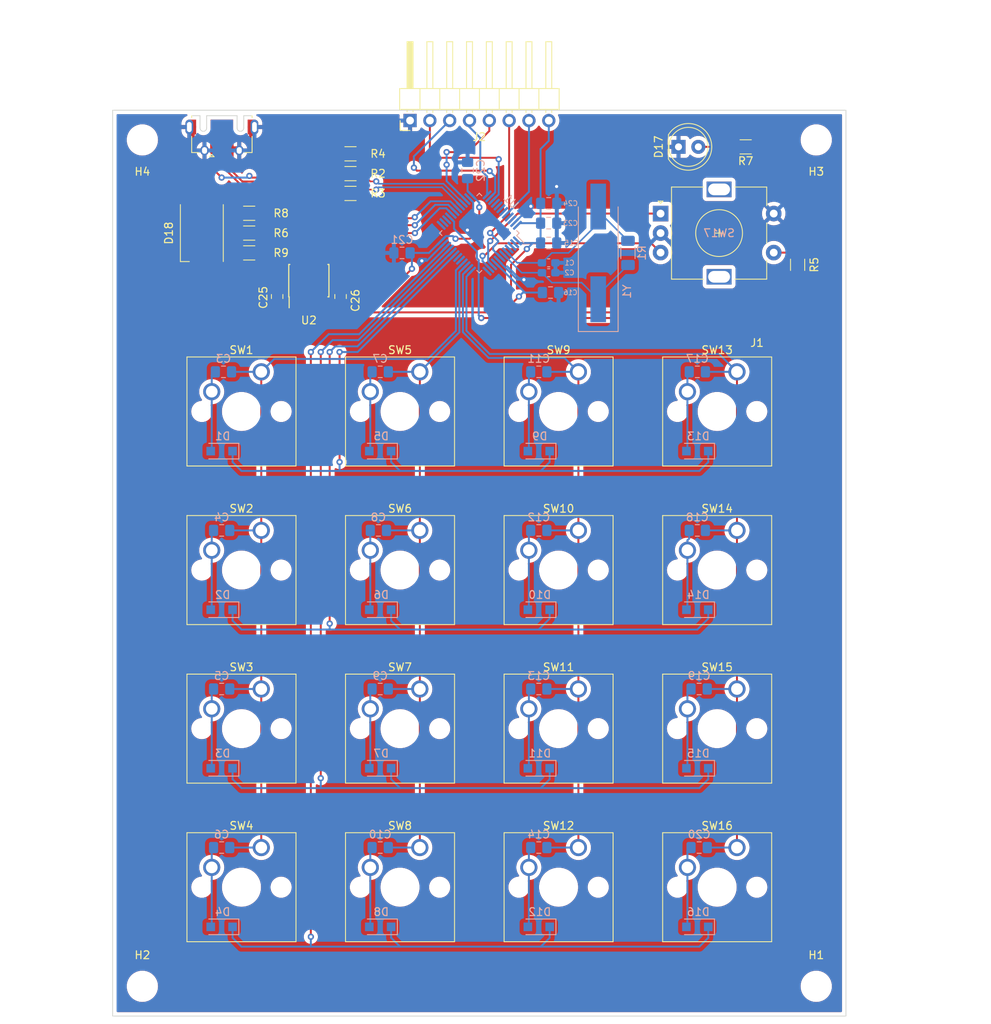
<source format=kicad_pcb>
(kicad_pcb (version 20211014) (generator pcbnew)
  (layers (0 "F.Cu" signal) (31 "B.Cu" signal) (34 "B.Paste" user) (35 "F.Paste" user) (36 "B.SilkS" user "B.Silkscreen") (37 "F.SilkS" user "F.Silkscreen") (38 "B.Mask" user) (39 "F.Mask" user) (44 "Edge.Cuts" user))
  (net 0 "")
  (net 1 "GND")
  (net 2 "Crystal+")
  (net 3 "Crystal-")
  (net 4 "COL0")
  (net 5 "Net-(C3-Pad2)")
  (net 6 "Net-(C4-Pad2)")
  (net 7 "Net-(C5-Pad2)")
  (net 8 "Net-(C6-Pad2)")
  (net 9 "COL1")
  (net 10 "Net-(C7-Pad2)")
  (net 11 "Net-(C8-Pad2)")
  (net 12 "Net-(C9-Pad2)")
  (net 13 "Net-(C10-Pad2)")
  (net 14 "COL2")
  (net 15 "Net-(C11-Pad2)")
  (net 16 "Net-(C12-Pad2)")
  (net 17 "Net-(C13-Pad2)")
  (net 18 "Net-(C14-Pad2)")
  (net 19 "VBAT")
  (net 20 "COL3")
  (net 21 "Net-(C17-Pad2)")
  (net 22 "Net-(C18-Pad2)")
  (net 23 "Net-(C19-Pad2)")
  (net 24 "Net-(C20-Pad2)")
  (net 25 "+5V")
  (net 26 "ROW0")
  (net 27 "ROW1")
  (net 28 "ROW2")
  (net 29 "ROW3")
  (net 30 "Net-(D17-Pad2)")
  (net 31 "Net-(D18-Pad1)")
  (net 32 "Net-(D18-Pad3)")
  (net 33 "Net-(D18-Pad4)")
  (net 34 "Net-(J1-Pad2)")
  (net 35 "Net-(J1-Pad3)")
  (net 36 "JTDO")
  (net 37 "JTDI")
  (net 38 "SWCLK")
  (net 39 "SWDIO")
  (net 40 "NRST")
  (net 41 "BOOT0")
  (net 42 "USBD+")
  (net 43 "USBD-")
  (net 44 "Net-(R5-Pad2)")
  (net 45 "led_blue")
  (net 46 "DebugLED")
  (net 47 "led_green")
  (net 48 "led_red")
  (net 49 "RotaryA")
  (net 50 "RotaryB")
  (footprint "Resistor_SMD:R_1206_3216Metric_Pad1.30x1.75mm_HandSolder" (layer "F.Cu") (at 104.2924 65.024 90)
    (fp_text reference "R5")
    (fp_text value "1k")
  )
  (footprint "Resistor_SMD:R_1206_3216Metric_Pad1.30x1.75mm_HandSolder" (layer "F.Cu") (at 34.01 58.42 180)
    (fp_text reference "R8")
    (fp_text value "100")
  )
  (footprint "Connector_USB:USB_Micro-AB_Molex_47590-0001" (layer "F.Cu") (at 30.51 47.37 180)
    (fp_text reference "J1")
    (fp_text value "USB_B_Micro")
    (fp_line (start -3.75 1.45) (end -2.8 1.45) (layer "Edge.Cuts") (width 0.1))
    (fp_line (start -1.95 1.45) (end 1.95 1.45) (layer "Edge.Cuts") (width 0.1))
    (fp_line (start -1.95 -0.125) (end -1.95 1.45) (layer "Edge.Cuts") (width 0.1))
    (fp_line (start 2.8 1.45) (end 3.75 1.45) (layer "Edge.Cuts") (width 0.1))
    (fp_line (start 2.8 -0.125) (end 2.8 1.45) (layer "Edge.Cuts") (width 0.1))
    (fp_line (start -2.8 -0.125) (end -2.8 1.45) (layer "Edge.Cuts") (width 0.1))
    (fp_line (start 1.95 -0.125) (end 1.95 1.45) (layer "Edge.Cuts") (width 0.1))
    (fp_arc (start -2.8 -0.125) (mid -2.375 -0.55) (end -1.95 -0.125) (layer "Edge.Cuts") (width 0.1))
    (fp_arc (start 1.95 -0.125) (mid 2.375 -0.55) (end 2.8 -0.125) (layer "Edge.Cuts") (width 0.1))
  )
  (footprint "Connector_PinHeader_2.54mm:PinHeader_1x08_P2.54mm_Horizontal" (layer "F.Cu") (at 54.625 46.539 90)
    (fp_text reference "J2")
    (fp_text value "Conn_01x08_Male")
  )
  (footprint "LED_SMD:LED_SK6812_PLCC4_5.0x5.0mm_P3.2mm" (layer "F.Cu") (at 27.94 60.96 -90)
    (fp_text reference "D18")
    (fp_text value "LED_RAGB")
  )
  (footprint "Button_Switch_Keyboard:SW_Cherry_MX_1.00u_PCB" (layer "F.Cu") (at 76.2 78.74)
    (fp_text reference "SW9")
    (fp_text value "SW_Push")
  )
  (footprint "Button_Switch_Keyboard:SW_Cherry_MX_1.00u_PCB" (layer "F.Cu") (at 76.2 139.7)
    (fp_text reference "SW12")
    (fp_text value "SW_Push")
  )
  (footprint "Button_Switch_Keyboard:SW_Cherry_MX_1.00u_PCB" (layer "F.Cu") (at 76.2 99.06)
    (fp_text reference "SW10")
    (fp_text value "SW_Push")
  )
  (footprint "LED_THT:LED_D5.0mm" (layer "F.Cu") (at 89.027 49.911)
    (fp_text reference "D17")
    (fp_text value "LED")
  )
  (footprint "Button_Switch_Keyboard:SW_Cherry_MX_1.00u_PCB" (layer "F.Cu") (at 96.52 139.7)
    (fp_text reference "SW16")
    (fp_text value "SW_Push")
  )
  (footprint "Resistor_SMD:R_1206_3216Metric_Pad1.30x1.75mm_HandSolder" (layer "F.Cu") (at 34.01 60.96 180)
    (fp_text reference "R6")
    (fp_text value "100")
  )
  (footprint "Package_SO:PowerIntegrations_SO-8" (layer "F.Cu") (at 41.656 67.056 90)
    (fp_text reference "U2")
    (fp_text value "TC1262-33")
  )
  (footprint "Resistor_SMD:R_1206_3216Metric_Pad1.30x1.75mm_HandSolder" (layer "F.Cu") (at 97.637 49.911 180)
    (fp_text reference "R7")
    (fp_text value "470")
  )
  (footprint "Resistor_SMD:R_1206_3216Metric_Pad1.30x1.75mm_HandSolder" (layer "F.Cu") (at 34.01 63.5 180)
    (fp_text reference "R9")
    (fp_text value "150")
  )
  (footprint "Button_Switch_Keyboard:SW_Cherry_MX_1.00u_PCB" (layer "F.Cu") (at 96.52 99.06)
    (fp_text reference "SW14")
    (fp_text value "SW_Push")
  )
  (footprint "MountingHole:MountingHole_3mm" (layer "F.Cu") (at 20.32 157.48)
    (fp_text reference "H2")
    (fp_text value "MountingHole")
  )
  (footprint "Button_Switch_Keyboard:SW_Cherry_MX_1.00u_PCB" (layer "F.Cu") (at 55.88 78.74)
    (fp_text reference "SW5")
    (fp_text value "SW_Push")
  )
  (footprint "Resistor_SMD:R_1206_3216Metric_Pad1.30x1.75mm_HandSolder" (layer "F.Cu") (at 46.99 50.8)
    (fp_text reference "R4")
    (fp_text value "4.7k")
  )
  (footprint "MountingHole:MountingHole_3mm" (layer "F.Cu") (at 106.68 49.022)
    (fp_text reference "H3")
    (fp_text value "MountingHole")
  )
  (footprint "Button_Switch_Keyboard:SW_Cherry_MX_1.00u_PCB" (layer "F.Cu") (at 35.56 119.38)
    (fp_text reference "SW3")
    (fp_text value "SW_Push")
  )
  (footprint "Rotary_Encoder:RotaryEncoder_Alps_EC11E-Switch_Vertical_H20mm" (layer "F.Cu") (at 86.73 58.46)
    (fp_text reference "SW17")
    (fp_text value "RotaryEncoder_Switch")
  )
  (footprint "Capacitor_SMD:C_0805_2012Metric_Pad1.18x1.45mm_HandSolder" (layer "F.Cu") (at 45.72 69.088 90)
    (fp_text reference "C26")
    (fp_text value "1u")
  )
  (footprint "MountingHole:MountingHole_3mm" (layer "F.Cu") (at 20.32 49.022)
    (fp_text reference "H4")
    (fp_text value "MountingHole")
  )
  (footprint "Button_Switch_Keyboard:SW_Cherry_MX_1.00u_PCB" (layer "F.Cu") (at 35.56 139.7)
    (fp_text reference "SW4")
    (fp_text value "SW_Push")
  )
  (footprint "Button_Switch_Keyboard:SW_Cherry_MX_1.00u_PCB" (layer "F.Cu") (at 35.56 78.74)
    (fp_text reference "SW1")
    (fp_text value "SW_Push")
  )
  (footprint "Button_Switch_Keyboard:SW_Cherry_MX_1.00u_PCB" (layer "F.Cu") (at 96.52 119.38)
    (fp_text reference "SW15")
    (fp_text value "SW_Push")
  )
  (footprint "Button_Switch_Keyboard:SW_Cherry_MX_1.00u_PCB" (layer "F.Cu") (at 76.2 119.38)
    (fp_text reference "SW11")
    (fp_text value "SW_Push")
  )
  (footprint "Button_Switch_Keyboard:SW_Cherry_MX_1.00u_PCB" (layer "F.Cu") (at 96.52 78.74)
    (fp_text reference "SW13")
    (fp_text value "SW_Push")
  )
  (footprint "Button_Switch_Keyboard:SW_Cherry_MX_1.00u_PCB" (layer "F.Cu") (at 55.88 139.7)
    (fp_text reference "SW8")
    (fp_text value "SW_Push")
  )
  (footprint "Resistor_SMD:R_1206_3216Metric_Pad1.30x1.75mm_HandSolder" (layer "F.Cu") (at 46.99 53.34)
    (fp_text reference "R2")
    (fp_text value "20")
  )
  (footprint "Capacitor_SMD:C_0805_2012Metric_Pad1.18x1.45mm_HandSolder" (layer "F.Cu") (at 37.592 69.088 90)
    (fp_text reference "C25")
    (fp_text value "1u")
  )
  (footprint "MountingHole:MountingHole_3mm" (layer "F.Cu") (at 106.68 157.48)
    (fp_text reference "H1")
    (fp_text value "MountingHole")
  )
  (footprint "Button_Switch_Keyboard:SW_Cherry_MX_1.00u_PCB" (layer "F.Cu") (at 55.88 119.38)
    (fp_text reference "SW7")
    (fp_text value "SW_Push")
  )
  (footprint "Button_Switch_Keyboard:SW_Cherry_MX_1.00u_PCB" (layer "F.Cu") (at 35.56 99.06)
    (fp_text reference "SW2")
    (fp_text value "SW_Push")
  )
  (footprint "Button_Switch_Keyboard:SW_Cherry_MX_1.00u_PCB" (layer "F.Cu") (at 55.88 99.06)
    (fp_text reference "SW6")
    (fp_text value "SW_Push")
  )
  (footprint "Resistor_SMD:R_1206_3216Metric_Pad1.30x1.75mm_HandSolder" (layer "F.Cu") (at 46.99 55.88 180)
    (fp_text reference "R3")
    (fp_text value "20")
  )
  (footprint "Capacitor_SMD:C_0805_2012Metric_Pad1.18x1.45mm_HandSolder" (layer "B.Cu") (at 91.6725 139.7 180)
    (fp_text reference "C20")
    (fp_text value "C")
  )
  (footprint "Diode_SMD:D_SOD-123F" (layer "B.Cu") (at 50.8 109.22 180)
    (fp_text reference "D6")
    (fp_text value "D")
  )
  (footprint "Capacitor_SMD:C_0805_2012Metric_Pad1.18x1.45mm_HandSolder" (layer "B.Cu") (at 30.48 139.7 180)
    (fp_text reference "C6")
    (fp_text value "C")
  )
  (footprint "Capacitor_SMD:C_0805_2012Metric_Pad1.18x1.45mm_HandSolder" (layer "B.Cu") (at 91.6725 119.38 180)
    (fp_text reference "C19")
    (fp_text value "C")
  )
  (footprint "Resistor_SMD:R_1206_3216Metric_Pad1.30x1.75mm_HandSolder" (layer "B.Cu") (at 82.55 63.5 -90)
    (fp_text reference "R1")
    (fp_text value "1M")
  )
  (footprint "Capacitor_SMD:C_0805_2012Metric_Pad1.18x1.45mm_HandSolder" (layer "B.Cu") (at 72.39 57.15)
    (fp_text reference "C24")
    (fp_text value "4.7u")
  )
  (footprint "Diode_SMD:D_SOD-123F" (layer "B.Cu") (at 71.12 109.22 180)
    (fp_text reference "D10")
    (fp_text value "D")
  )
  (footprint "Crystal:Crystal_SMD_HC49-SD_HandSoldering" (layer "B.Cu") (at 78.74 63.5 90)
    (fp_text reference "Y1")
    (fp_text value "8MHz")
  )
  (footprint "Capacitor_SMD:C_0805_2012Metric_Pad1.18x1.45mm_HandSolder" (layer "B.Cu") (at 50.8 78.74 180)
    (fp_text reference "C7")
    (fp_text value "C")
  )
  (footprint "Diode_SMD:D_SOD-123F" (layer "B.Cu") (at 50.8 88.9 180)
    (fp_text reference "D5")
    (fp_text value "D")
  )
  (footprint "Diode_SMD:D_SOD-123F" (layer "B.Cu") (at 50.8 149.86 180)
    (fp_text reference "D8")
    (fp_text value "D")
  )
  (footprint "Capacitor_SMD:C_0805_2012Metric_Pad1.18x1.45mm_HandSolder" (layer "B.Cu") (at 71.12 78.74 180)
    (fp_text reference "C11")
    (fp_text value "C")
  )
  (footprint "Capacitor_SMD:C_0805_2012Metric_Pad1.18x1.45mm_HandSolder" (layer "B.Cu") (at 72.39 62.23)
    (fp_text reference "C15")
    (fp_text value "10n")
  )
  (footprint "Capacitor_SMD:C_0805_2012Metric_Pad1.18x1.45mm_HandSolder" (layer "B.Cu") (at 72.39 59.69)
    (fp_text reference "C23")
    (fp_text value "100n")
  )
  (footprint "Capacitor_SMD:C_0603_1608Metric_Pad1.08x0.95mm_HandSolder" (layer "B.Cu") (at 72.39 66.04 180)
    (fp_text reference "C2")
    (fp_text value "20p")
  )
  (footprint "Diode_SMD:D_SOD-123F" (layer "B.Cu") (at 50.8 129.54 180)
    (fp_text reference "D7")
    (fp_text value "D")
  )
  (footprint "Capacitor_SMD:C_0805_2012Metric_Pad1.18x1.45mm_HandSolder" (layer "B.Cu") (at 53.594 63.5 180)
    (fp_text reference "C21")
    (fp_text value "100n")
  )
  (footprint "Diode_SMD:D_SOD-123F" (layer "B.Cu") (at 91.44 88.9 180)
    (fp_text reference "D13")
    (fp_text value "D")
  )
  (footprint "Package_QFP:LQFP-48_7x7mm_P0.5mm" (layer "B.Cu") (at 63.5 60.96 135)
    (fp_text reference "U1")
    (fp_text value "STM32F103C6Tx")
  )
  (footprint "Capacitor_SMD:C_0805_2012Metric_Pad1.18x1.45mm_HandSolder" (layer "B.Cu") (at 71.12 139.7 180)
    (fp_text reference "C14")
    (fp_text value "C")
  )
  (footprint "Diode_SMD:D_SOD-123F" (layer "B.Cu") (at 30.48 88.9 180)
    (fp_text reference "D1")
    (fp_text value "D")
  )
  (footprint "Capacitor_SMD:C_0805_2012Metric_Pad1.18x1.45mm_HandSolder" (layer "B.Cu") (at 50.5675 99.06 180)
    (fp_text reference "C8")
    (fp_text value "C")
  )
  (footprint "Capacitor_SMD:C_0805_2012Metric_Pad1.18x1.45mm_HandSolder" (layer "B.Cu") (at 30.48 119.38 180)
    (fp_text reference "C5")
    (fp_text value "C")
  )
  (footprint "Capacitor_SMD:C_0805_2012Metric_Pad1.18x1.45mm_HandSolder" (layer "B.Cu") (at 30.48 99.06 180)
    (fp_text reference "C4")
    (fp_text value "C")
  )
  (footprint "Capacitor_SMD:C_0805_2012Metric_Pad1.18x1.45mm_HandSolder" (layer "B.Cu") (at 30.7125 78.74 180)
    (fp_text reference "C3")
    (fp_text value "C")
  )
  (footprint "Diode_SMD:D_SOD-123F" (layer "B.Cu") (at 30.48 109.22 180)
    (fp_text reference "D2")
    (fp_text value "D")
  )
  (footprint "Capacitor_SMD:C_0805_2012Metric_Pad1.18x1.45mm_HandSolder" (layer "B.Cu") (at 71.12 99.06 180)
    (fp_text reference "C12")
    (fp_text value "C")
  )
  (footprint "Capacitor_SMD:C_0805_2012Metric_Pad1.18x1.45mm_HandSolder" (layer "B.Cu") (at 91.44 99.06 180)
    (fp_text reference "C18")
    (fp_text value "C")
  )
  (footprint "Capacitor_SMD:C_0805_2012Metric_Pad1.18x1.45mm_HandSolder" (layer "B.Cu") (at 91.44 78.74 180)
    (fp_text reference "C17")
    (fp_text value "C")
  )
  (footprint "Capacitor_SMD:C_0805_2012Metric_Pad1.18x1.45mm_HandSolder" (layer "B.Cu") (at 72.6225 68.58)
    (fp_text reference "C16")
    (fp_text value "10n")
  )
  (footprint "Capacitor_SMD:C_0805_2012Metric_Pad1.18x1.45mm_HandSolder" (layer "B.Cu") (at 50.8 139.7 180)
    (fp_text reference "C10")
    (fp_text value "C")
  )
  (footprint "Diode_SMD:D_SOD-123F" (layer "B.Cu") (at 91.44 129.54 180)
    (fp_text reference "D15")
    (fp_text value "D")
  )
  (footprint "Capacitor_SMD:C_0603_1608Metric_Pad1.08x0.95mm_HandSolder" (layer "B.Cu") (at 72.39 64.77 180)
    (fp_text reference "C1")
    (fp_text value "20p")
  )
  (footprint "Diode_SMD:D_SOD-123F" (layer "B.Cu") (at 30.48 149.86 180)
    (fp_text reference "D4")
    (fp_text value "D")
  )
  (footprint "Diode_SMD:D_SOD-123F" (layer "B.Cu") (at 30.48 129.54 180)
    (fp_text reference "D3")
    (fp_text value "D")
  )
  (footprint "Diode_SMD:D_SOD-123F" (layer "B.Cu") (at 91.44 149.86 180)
    (fp_text reference "D16")
    (fp_text value "D")
  )
  (footprint "Capacitor_SMD:C_0805_2012Metric_Pad1.18x1.45mm_HandSolder" (layer "B.Cu") (at 61.9975 52.9375 90)
    (fp_text reference "C22")
    (fp_text value "100n")
  )
  (footprint "Diode_SMD:D_SOD-123F" (layer "B.Cu") (at 91.44 109.22 180)
    (fp_text reference "D14")
    (fp_text value "D")
  )
  (footprint "Diode_SMD:D_SOD-123F" (layer "B.Cu") (at 71.12 149.86 180)
    (fp_text reference "D12")
    (fp_text value "D")
  )
  (footprint "Diode_SMD:D_SOD-123F" (layer "B.Cu") (at 71.12 88.9 180)
    (fp_text reference "D9")
    (fp_text value "D")
  )
  (footprint "Diode_SMD:D_SOD-123F" (layer "B.Cu") (at 71.12 129.54 180)
    (fp_text reference "D11")
    (fp_text value "D")
  )
  (footprint "Capacitor_SMD:C_0805_2012Metric_Pad1.18x1.45mm_HandSolder" (layer "B.Cu") (at 50.8 119.38 180)
    (fp_text reference "C9")
    (fp_text value "C")
  )
  (footprint "Capacitor_SMD:C_0805_2012Metric_Pad1.18x1.45mm_HandSolder" (layer "B.Cu") (at 71.12 119.38 180)
    (fp_text reference "C13")
    (fp_text value "C")
  )
  (gr_rect (start 16.51 45.212) (end 110.49 161.29) (layer "Edge.Cuts") (width 0.1) (fill none))
  (segment (start 31.81 50.045) (end 31.81 48.67) (width 0.25) (layer "F.Cu") (net 1))
  (segment (start 31.81 48.67) (end 30.51 47.37) (width 0.25) (layer "F.Cu") (net 1))
  (segment (start 72.644 54.991) (end 73.406 54.991) (width 0.25) (layer "F.Cu") (net 1))
  (segment (start 31.16 50.045) (end 31.16 48.02) (width 0.25) (layer "F.Cu") (net 1))
  (segment (start 61.976 60.579) (end 58.293 60.579) (width 0.25) (layer "F.Cu") (net 1))
  (segment (start 31.16 48.02) (end 30.51 47.37) (width 0.25) (layer "F.Cu") (net 1))
  (segment (start 70.104 57.531) (end 72.644 54.991) (width 0.25) (layer "F.Cu") (net 1))
  (segment (start 50.8215 68.0505) (end 45.72 68.0505) (width 0.25) (layer "F.Cu") (net 1))
  (segment (start 58.293 60.579) (end 50.8215 68.0505) (width 0.25) (layer "F.Cu") (net 1))
  (via (at 73.406 54.991) (size 0.8) (drill 0.4) (layers "F.Cu" "B.Cu") (net 1))
  (via (at 70.104 57.531) (size 0.8) (drill 0.4) (layers "F.Cu" "B.Cu") (net 1))
  (via (at 69.215 66.929) (size 0.8) (drill 0.4) (layers "F.Cu" "B.Cu") (net 1))
  (via (at 61.976 60.579) (size 0.8) (drill 0.4) (layers "F.Cu" "B.Cu") (net 1))
  (via (at 56.134 64.516) (size 0.8) (drill 0.4) (layers "F.Cu" "B.Cu") (net 1))
  (segment (start 68.40834 66.929) (end 68.58 66.929) (width 0.25) (layer "B.Cu") (net 1))
  (segment (start 73.406 54.991) (end 73.406 57.1285) (width 0.25) (layer "B.Cu") (net 1))
  (segment (start 68.58 66.929) (end 68.372986 66.929) (width 0.25) (layer "B.Cu") (net 1))
  (segment (start 58.965678 62.312342) (end 56.76202 64.516) (width 0.25) (layer "B.Cu") (net 1))
  (segment (start 68.034322 59.607658) (end 70.104 57.53798) (width 0.25) (layer "B.Cu") (net 1))
  (segment (start 73.406 57.1285) (end 73.4275 57.15) (width 0.25) (layer "B.Cu") (net 1))
  (segment (start 68.58 66.929) (end 69.215 66.929) (width 0.25) (layer "B.Cu") (net 1))
  (segment (start 56.76202 64.516) (end 56.134 64.516) (width 0.25) (layer "B.Cu") (net 1))
  (segment (start 62.715596 59.839404) (end 62.715596 56.993616) (width 0.25) (layer "B.Cu") (net 1))
  (segment (start 61.976 60.579) (end 62.715596 59.839404) (width 0.25) (layer "B.Cu") (net 1))
  (segment (start 68.372986 66.929) (end 65.959986 64.516) (width 0.25) (layer "B.Cu") (net 1))
  (segment (start 70.104 57.53798) (end 70.104 57.531) (width 0.25) (layer "B.Cu") (net 1))
  (segment (start 62.715596 56.993616) (end 62.147658 56.425678) (width 0.25) (layer "B.Cu") (net 1))
  (segment (start 78.74 58.14) (end 78.74 57.5625) (width 0.2) (layer "B.Cu") (net 2))
  (segment (start 74.93 63.5) (end 78.74 59.69) (width 0.2) (layer "B.Cu") (net 2))
  (segment (start 71.5275 64.77) (end 72.7975 63.5) (width 0.2) (layer "B.Cu") (net 2))
  (segment (start 68.37066 64.77) (end 66.973662 63.373002) (width 0.2) (layer "B.Cu") (net 2))
  (segment (start 78.74 59.69) (end 78.74 57.5625) (width 0.2) (layer "B.Cu") (net 2))
  (segment (start 82.55 61.95) (end 78.74 58.14) (width 0.2) (layer "B.Cu") (net 2))
  (segment (start 72.7975 63.5) (end 74.93 63.5) (width 0.2) (layer "B.Cu") (net 2))
  (segment (start 71.5275 64.77) (end 68.37066 64.77) (width 0.2) (layer "B.Cu") (net 2))
  (segment (start 71.5275 66.04) (end 72.7975 67.31) (width 0.2) (layer "B.Cu") (net 3))
  (segment (start 78.74 68.86) (end 78.74 69.4375) (width 0.2) (layer "B.Cu") (net 3))
  (segment (start 76.6125 67.31) (end 78.74 69.4375) (width 0.2) (layer "B.Cu") (net 3))
  (segment (start 82.55 65.05) (end 78.74 68.86) (width 0.2) (layer "B.Cu") (net 3))
  (segment (start 71.5275 66.04) (end 68.933554 66.04) (width 0.2) (layer "B.Cu") (net 3))
  (segment (start 72.7975 67.31) (end 76.6125 67.31) (width 0.2) (layer "B.Cu") (net 3))
  (segment (start 68.933554 66.04) (end 66.620109 63.726555) (width 0.2) (layer "B.Cu") (net 3))
  (segment (start 35.56 78.74) (end 35.56 99.06) (width 0.25) (layer "F.Cu") (net 4))
  (segment (start 35.56 119.38) (end 35.56 139.7) (width 0.25) (layer "F.Cu") (net 4))
  (segment (start 35.56 99.06) (end 35.56 119.38) (width 0.25) (layer "F.Cu") (net 4))
  (segment (start 56.894604 77.089) (end 37.211 77.089) (width 0.25) (layer "B.Cu") (net 4))
  (segment (start 60.499 65.728766) (end 60.499 73.484604) (width 0.25) (layer "B.Cu") (net 4))
  (segment (start 31.5175 99.06) (end 35.56 99.06) (width 0.25) (layer "B.Cu") (net 4))
  (segment (start 37.211 77.089) (end 35.56 78.74) (width 0.25) (layer "B.Cu") (net 4))
  (segment (start 60.499 73.484604) (end 56.894604 77.089) (width 0.25) (layer "B.Cu") (net 4))
  (segment (start 31.75 78.74) (end 35.56 78.74) (width 0.25) (layer "B.Cu") (net 4))
  (segment (start 61.440551 64.787215) (end 60.499 65.728766) (width 0.25) (layer "B.Cu") (net 4))
  (segment (start 31.5175 119.38) (end 35.56 119.38) (width 0.25) (layer "B.Cu") (net 4))
  (segment (start 31.5175 139.7) (end 35.56 139.7) (width 0.25) (layer "B.Cu") (net 4))
  (segment (start 29.21 81.28) (end 29.21 88.77) (width 0.25) (layer "B.Cu") (net 5))
  (segment (start 29.21 88.77) (end 29.08 88.9) (width 0.25) (layer "B.Cu") (net 5))
  (segment (start 29.675 78.74) (end 29.21 79.205) (width 0.25) (layer "B.Cu") (net 5))
  (segment (start 29.21 79.205) (end 29.21 81.28) (width 0.25) (layer "B.Cu") (net 5))
  (segment (start 29.21 99.2925) (end 29.21 101.6) (width 0.25) (layer "B.Cu") (net 6))
  (segment (start 29.21 109.09) (end 29.08 109.22) (width 0.25) (layer "B.Cu") (net 6))
  (segment (start 29.4425 99.06) (end 29.21 99.2925) (width 0.25) (layer "B.Cu") (net 6))
  (segment (start 29.21 101.6) (end 29.21 109.09) (width 0.25) (layer "B.Cu") (net 6))
  (segment (start 29.21 129.41) (end 29.08 129.54) (width 0.25) (layer "B.Cu") (net 7))
  (segment (start 29.21 119.6125) (end 29.21 121.92) (width 0.25) (layer "B.Cu") (net 7))
  (segment (start 29.21 121.92) (end 29.21 129.41) (width 0.25) (layer "B.Cu") (net 7))
  (segment (start 29.4425 119.38) (end 29.21 119.6125) (width 0.25) (layer "B.Cu") (net 7))
  (segment (start 29.21 142.24) (end 29.21 149.73) (width 0.25) (layer "B.Cu") (net 8))
  (segment (start 29.21 149.73) (end 29.08 149.86) (width 0.25) (layer "B.Cu") (net 8))
  (segment (start 29.4425 139.7) (end 29.21 139.9325) (width 0.25) (layer "B.Cu") (net 8))
  (segment (start 29.21 139.9325) (end 29.21 142.24) (width 0.25) (layer "B.Cu") (net 8))
  (segment (start 55.88 139.7) (end 55.88 119.38) (width 0.25) (layer "F.Cu") (net 9))
  (segment (start 55.88 99.06) (end 55.88 78.74) (width 0.25) (layer "F.Cu") (net 9))
  (segment (start 55.88 119.38) (end 55.88 99.06) (width 0.25) (layer "F.Cu") (net 9))
  (segment (start 51.8375 78.74) (end 55.88 78.74) (width 0.25) (layer "B.Cu") (net 9))
  (segment (start 60.949 65.985874) (end 60.949 73.671) (width 0.25) (layer "B.Cu") (net 9))
  (segment (start 51.605 99.06) (end 55.88 99.06) (width 0.25) (layer "B.Cu") (net 9))
  (segment (start 61.794105 65.140769) (end 60.949 65.985874) (width 0.25) (layer "B.Cu") (net 9))
  (segment (start 51.8375 139.7) (end 55.88 139.7) (width 0.25) (layer "B.Cu") (net 9))
  (segment (start 60.949 73.671) (end 55.88 78.74) (width 0.25) (layer "B.Cu") (net 9))
  (segment (start 51.8375 119.38) (end 55.88 119.38) (width 0.25) (layer "B.Cu") (net 9))
  (segment (start 49.53 81.28) (end 49.53 88.77) (width 0.25) (layer "B.Cu") (net 10))
  (segment (start 49.7625 78.74) (end 49.53 78.9725) (width 0.25) (layer "B.Cu") (net 10))
  (segment (start 49.53 78.9725) (end 49.53 81.28) (width 0.25) (layer "B.Cu") (net 10))
  (segment (start 49.53 88.77) (end 49.4 88.9) (width 0.25) (layer "B.Cu") (net 10))
  (segment (start 49.53 101.6) (end 49.53 109.22) (width 0.25) (layer "B.Cu") (net 11))
  (segment (start 49.53 99.06) (end 49.53 101.6) (width 0.25) (layer "B.Cu") (net 11))
  (segment (start 49.53 129.41) (end 49.4 129.54) (width 0.25) (layer "B.Cu") (net 12))
  (segment (start 49.53 121.92) (end 49.53 129.41) (width 0.25) (layer "B.Cu") (net 12))
  (segment (start 49.7625 119.38) (end 49.53 119.6125) (width 0.25) (layer "B.Cu") (net 12))
  (segment (start 49.53 119.6125) (end 49.53 121.92) (width 0.25) (layer "B.Cu") (net 12))
  (segment (start 49.53 149.73) (end 49.4 149.86) (width 0.25) (layer "B.Cu") (net 13))
  (segment (start 49.7625 139.7) (end 49.53 139.9325) (width 0.25) (layer "B.Cu") (net 13))
  (segment (start 49.53 142.24) (end 49.53 149.73) (width 0.25) (layer "B.Cu") (net 13))
  (segment (start 49.53 139.9325) (end 49.53 142.24) (width 0.25) (layer "B.Cu") (net 13))
  (segment (start 76.2 99.06) (end 76.2 119.38) (width 0.25) (layer "F.Cu") (net 14))
  (segment (start 76.2 78.74) (end 76.2 99.06) (width 0.25) (layer "F.Cu") (net 14))
  (segment (start 76.2 119.38) (end 76.2 139.7) (width 0.25) (layer "F.Cu") (net 14))
  (segment (start 72.1575 99.06) (end 76.2 99.06) (width 0.25) (layer "B.Cu") (net 14))
  (segment (start 72.1575 78.74) (end 76.2 78.74) (width 0.25) (layer "B.Cu") (net 14))
  (segment (start 72.1575 139.7) (end 76.2 139.7) (width 0.25) (layer "B.Cu") (net 14))
  (segment (start 74.422 76.962) (end 76.2 78.74) (width 0.25) (layer "B.Cu") (net 14))
  (segment (start 64.705802 76.962) (end 74.422 76.962) (width 0.25) (layer "B.Cu") (net 14))
  (segment (start 61.399 66.24298) (end 61.399 73.655198) (width 0.25) (layer "B.Cu") (net 14))
  (segment (start 72.1575 119.38) (end 76.2 119.38) (width 0.25) (layer "B.Cu") (net 14))
  (segment (start 61.399 73.655198) (end 64.705802 76.962) (width 0.25) (layer "B.Cu") (net 14))
  (segment (start 62.147658 65.494322) (end 61.399 66.24298) (width 0.25) (layer "B.Cu") (net 14))
  (segment (start 70.0825 78.74) (end 69.85 78.9725) (width 0.25) (layer "B.Cu") (net 15))
  (segment (start 69.85 88.77) (end 69.72 88.9) (width 0.25) (layer "B.Cu") (net 15))
  (segment (start 69.85 78.9725) (end 69.85 81.28) (width 0.25) (layer "B.Cu") (net 15))
  (segment (start 69.85 81.28) (end 69.85 88.77) (width 0.25) (layer "B.Cu") (net 15))
  (segment (start 70.0825 99.06) (end 69.85 99.2925) (width 0.25) (layer "B.Cu") (net 16))
  (segment (start 69.85 99.2925) (end 69.85 101.6) (width 0.25) (layer "B.Cu") (net 16))
  (segment (start 69.85 101.6) (end 69.85 109.09) (width 0.25) (layer "B.Cu") (net 16))
  (segment (start 69.85 109.09) (end 69.72 109.22) (width 0.25) (layer "B.Cu") (net 16))
  (segment (start 69.85 121.92) (end 69.85 129.41) (width 0.25) (layer "B.Cu") (net 17))
  (segment (start 69.85 129.41) (end 69.72 129.54) (width 0.25) (layer "B.Cu") (net 17))
  (segment (start 70.0825 119.38) (end 69.85 119.6125) (width 0.25) (layer "B.Cu") (net 17))
  (segment (start 69.85 119.6125) (end 69.85 121.92) (width 0.25) (layer "B.Cu") (net 17))
  (segment (start 69.85 149.73) (end 69.72 149.86) (width 0.25) (layer "B.Cu") (net 18))
  (segment (start 69.85 139.9325) (end 69.85 142.24) (width 0.25) (layer "B.Cu") (net 18))
  (segment (start 70.0825 139.7) (end 69.85 139.9325) (width 0.25) (layer "B.Cu") (net 18))
  (segment (start 69.85 142.24) (end 69.85 149.73) (width 0.25) (layer "B.Cu") (net 18))
  (segment (start 44.7395 71.106) (end 44.7535 71.12) (width 0.25) (layer "F.Cu") (net 19))
  (segment (start 44.7395 71.106) (end 45.72 70.1255) (width 0.25) (layer "F.Cu") (net 19))
  (segment (start 104.14 68.58) (end 104.14 66.7264) (width 0.25) (layer "F.Cu") (net 19))
  (segment (start 66.548 71.12) (end 101.6 71.12) (width 0.25) (layer "F.Cu") (net 19))
  (segment (start 67.564 70.104) (end 68.58 69.088) (width 0.25) (layer "F.Cu") (net 19))
  (segment (start 44.7535 71.12) (end 49.276 71.12) (width 0.25) (layer "F.Cu") (net 19))
  (segment (start 42.291 69.781) (end 42.291 70.481) (width 0.25) (layer "F.Cu") (net 19))
  (segment (start 49.276 71.12) (end 54.864 65.532) (width 0.25) (layer "F.Cu") (net 19))
  (segment (start 67.564 70.104) (end 67.564 65.024) (width 0.25) (layer "F.Cu") (net 19))
  (segment (start 62.276805 61.6845) (end 63.5 60.461305) (width 0.25) (layer "F.Cu") (net 19))
  (segment (start 63.5 60.461305) (end 63.5 57.658) (width 0.25) (layer "F.Cu") (net 19))
  (segment (start 60.452 61.6845) (end 62.276805 61.6845) (width 0.25) (layer "F.Cu") (net 19))
  (segment (start 42.916 71.106) (end 44.7395 71.106) (width 0.25) (layer "F.Cu") (net 19))
  (segment (start 101.6 71.12) (end 104.14 68.58) (width 0.25) (layer "F.Cu") (net 19))
  (segment (start 49.276 71.12) (end 66.548 71.12) (width 0.25) (layer "F.Cu") (net 19))
  (segment (start 104.14 66.7264) (end 104.2924 66.574) (width 0.25) (layer "F.Cu") (net 19))
  (segment (start 66.548 71.12) (end 67.564 70.104) (width 0.25) (layer "F.Cu") (net 19))
  (segment (start 42.291 70.481) (end 42.916 71.106) (width 0.25) (layer "F.Cu") (net 19))
  (segment (start 67.564 65.024) (end 69.596 62.992) (width 0.25) (layer "F.Cu") (net 19))
  (via (at 68.58 69.088) (size 0.8) (drill 0.4) (layers "F.Cu" "B.Cu") (net 19))
  (via (at 63.5 57.658) (size 0.8) (drill 0.4) (layers "F.Cu" "B.Cu") (net 19))
  (via (at 69.596 62.992) (size 0.8) (drill 0.4) (layers "F.Cu" "B.Cu") (net 19))
  (via (at 54.864 65.532) (size 0.8) (drill 0.4) (layers "F.Cu" "B.Cu") (net 19))
  (via (at 60.452 61.6845) (size 0.8) (drill 0.4) (layers "F.Cu" "B.Cu") (net 19))
  (segment (start 71.3525 50.1865) (end 72.405 49.134) (width 0.25) (layer "B.Cu") (net 19))
  (segment (start 71.585 68.58) (end 69.352234 68.58) (width 0.25) (layer "B.Cu") (net 19))
  (segment (start 71.3525 62.23) (end 70.358 62.23) (width 0.25) (layer "B.Cu") (net 19))
  (segment (start 71.3525 57.15) (end 71.3525 59.69) (width 0.25) (layer "B.Cu") (net 19))
  (segment (start 69.596 62.992) (end 70.358 62.23) (width 0.25) (layer "B.Cu") (net 19))
  (segment (start 68.58 69.088) (end 69.088 68.58) (width 0.25) (layer "B.Cu") (net 19))
  (segment (start 61.9975 55.568412) (end 62.501212 56.072124) (width 0.25) (layer "B.Cu") (net 19))
  (segment (start 71.3525 57.15) (end 71.3525 50.1865) (width 0.25) (layer "B.Cu") (net 19))
  (segment (start 61.9975 53.975) (end 61.9975 55.568412) (width 0.25) (layer "B.Cu") (net 19))
  (segment (start 63.5 57.070912) (end 62.501212 56.072124) (width 0.25) (layer "B.Cu") (net 19))
  (segment (start 58.612124 61.958788) (end 58.589612 61.958788) (width 0.25) (layer "B.Cu") (net 19))
  (segment (start 58.589612 61.958788) (end 57.0484 63.5) (width 0.25) (layer "B.Cu") (net 19))
  (segment (start 71.3525 59.69) (end 71.3525 62.23) (width 0.25) (layer "B.Cu") (net 19))
  (segment (start 72.405 49.134) (end 72.405 46.539) (width 0.25) (layer "B.Cu") (net 19))
  (segment (start 69.352234 68.58) (end 65.559449 64.787215) (width 0.25) (layer "B.Cu") (net 19))
  (segment (start 54.864 65.532) (end 54.864 63.7325) (width 0.25) (layer "B.Cu") (net 19))
  (segment (start 54.6315 63.5) (end 57.0484 63.5) (width 0.25) (layer "B.Cu") (net 19))
  (segment (start 59.229912 61.341) (end 59.69 61.341) (width 0.25) (layer "B.Cu") (net 19))
  (segment (start 63.5 57.658) (end 63.5 57.070912) (width 0.25) (layer "B.Cu") (net 19))
  (segment (start 70.358 62.23) (end 68.659088 62.23) (width 0.25) (layer "B.Cu") (net 19))
  (segment (start 68.659088 62.23) (end 68.387876 61.958788) (width 0.25) (layer "B.Cu") (net 19))
  (segment (start 60.1085 61.341) (end 60.452 61.6845) (width 0.25) (layer "B.Cu") (net 19))
  (segment (start 58.612124 61.958788) (end 59.229912 61.341) (width 0.25) (layer "B.Cu") (net 19))
  (segment (start 54.864 63.7325) (end 54.6315 63.5) (width 0.25) (layer "B.Cu") (net 19))
  (segment (start 71.3525 59.69) (end 68.659088 59.69) (width 0.25) (layer "B.Cu") (net 19))
  (segment (start 68.659088 59.69) (end 68.387876 59.961212) (width 0.25) (layer "B.Cu") (net 19))
  (segment (start 69.088 68.58) (end 69.352234 68.58) (width 0.25) (layer "B.Cu") (net 19))
  (segment (start 59.69 61.341) (end 60.1085 61.341) (width 0.25) (layer "B.Cu") (net 19))
  (segment (start 96.52 99.06) (end 96.52 78.74) (width 0.25) (layer "F.Cu") (net 20))
  (segment (start 96.52 119.38) (end 96.52 99.06) (width 0.25) (layer "F.Cu") (net 20))
  (segment (start 96.52 139.7) (end 96.52 119.38) (width 0.25) (layer "F.Cu") (net 20))
  (segment (start 64.834198 76.454) (end 61.849 73.468802) (width 0.25) (layer "B.Cu") (net 20))
  (segment (start 62.501212 65.895788) (end 62.501212 65.847876) (width 0.25) (layer "B.Cu") (net 20))
  (segment (start 94.234 76.454) (end 64.834198 76.454) (width 0.25) (layer "B.Cu") (net 20))
  (segment (start 92.4775 99.06) (end 96.52 99.06) (width 0.25) (layer "B.Cu") (net 20))
  (segment (start 61.849 73.468802) (end 61.849 66.548) (width 0.25) (layer "B.Cu") (net 20))
  (segment (start 92.4775 78.74) (end 96.52 78.74) (width 0.25) (layer "B.Cu") (net 20))
  (segment (start 92.71 139.7) (end 96.52 139.7) (width 0.25) (layer "B.Cu") (net 20))
  (segment (start 92.71 119.38) (end 96.52 119.38) (width 0.25) (layer "B.Cu") (net 20))
  (segment (start 96.52 78.74) (end 94.234 76.454) (width 0.25) (layer "B.Cu") (net 20))
  (segment (start 61.849 66.548) (end 62.501212 65.895788) (width 0.25) (layer "B.Cu") (net 20))
  (segment (start 90.4025 78.74) (end 90.17 78.9725) (width 0.25) (layer "B.Cu") (net 21))
  (segment (start 90.17 88.77) (end 90.04 88.9) (width 0.25) (layer "B.Cu") (net 21))
  (segment (start 90.17 81.28) (end 90.17 88.77) (width 0.25) (layer "B.Cu") (net 21))
  (segment (start 90.17 78.9725) (end 90.17 81.28) (width 0.25) (layer "B.Cu") (net 21))
  (segment (start 90.4025 100.0975) (end 90.17 100.33) (width 0.25) (layer "B.Cu") (net 22))
  (segment (start 90.17 101.6) (end 90.17 109.09) (width 0.25) (layer "B.Cu") (net 22))
  (segment (start 90.17 100.33) (end 90.17 101.6) (width 0.25) (layer "B.Cu") (net 22))
  (segment (start 90.4025 99.06) (end 90.4025 100.0975) (width 0.25) (layer "B.Cu") (net 22))
  (segment (start 90.17 109.09) (end 90.04 109.22) (width 0.25) (layer "B.Cu") (net 22))
  (segment (start 90.17 121.92) (end 90.17 129.41) (width 0.25) (layer "B.Cu") (net 23))
  (segment (start 90.17 119.845) (end 90.17 121.92) (width 0.25) (layer "B.Cu") (net 23))
  (segment (start 90.17 129.41) (end 90.04 129.54) (width 0.25) (layer "B.Cu") (net 23))
  (segment (start 90.635 119.38) (end 90.17 119.845) (width 0.25) (layer "B.Cu") (net 23))
  (segment (start 90.17 149.73) (end 90.04 149.86) (width 0.25) (layer "B.Cu") (net 24))
  (segment (start 90.17 142.24) (end 90.17 149.73) (width 0.25) (layer "B.Cu") (net 24))
  (segment (start 90.17 140.165) (end 90.17 142.24) (width 0.25) (layer "B.Cu") (net 24))
  (segment (start 90.635 139.7) (end 90.17 140.165) (width 0.25) (layer "B.Cu") (net 24))
  (segment (start 37.592 70.1255) (end 39.4065 70.1255) (width 0.25) (layer "F.Cu") (net 25))
  (segment (start 39.4065 70.1255) (end 39.751 69.781) (width 0.25) (layer "F.Cu") (net 25))
  (segment (start 34.2525 53.848) (end 34.036 53.6315) (width 0.25) (layer "F.Cu") (net 25))
  (segment (start 25.4 66.04) (end 22.86 63.5) (width 0.25) (layer "F.Cu") (net 25))
  (segment (start 27.94 66.04) (end 25.4 66.04) (width 0.25) (layer "F.Cu") (net 25))
  (segment (start 22.86 58.42) (end 29.21 52.07) (width 0.25) (layer "F.Cu") (net 25))
  (segment (start 42.672 53.848) (end 34.2525 53.848) (width 0.25) (layer "F.Cu") (net 25))
  (segment (start 37.592 70.1255) (end 29.4855 70.1255) (width 0.25) (layer "F.Cu") (net 25))
  (segment (start 45.44 51.08) (end 42.672 53.848) (width 0.25) (layer "F.Cu") (net 25))
  (segment (start 29.54 64.44) (end 27.94 66.04) (width 0.25) (layer "F.Cu") (net 25))
  (segment (start 29.21 52.578) (end 29.21 52.07) (width 0.25) (layer "F.Cu") (net 25))
  (segment (start 29.54 63.41) (end 29.54 64.44) (width 0.25) (layer "F.Cu") (net 25))
  (segment (start 22.86 63.5) (end 22.86 58.42) (width 0.25) (layer "F.Cu") (net 25))
  (segment (start 45.44 50.8) (end 45.44 51.08) (width 0.25) (layer "F.Cu") (net 25))
  (segment (start 30.48 53.848) (end 29.21 52.578) (width 0.25) (layer "F.Cu") (net 25))
  (segment (start 29.21 52.07) (end 29.21 50.045) (width 0.25) (layer "F.Cu") (net 25))
  (segment (start 29.4855 70.1255) (end 25.4 66.04) (width 0.25) (layer "F.Cu") (net 25))
  (via (at 34.036 53.6315) (size 0.8) (drill 0.4) (layers "F.Cu" "B.Cu") (net 25))
  (via (at 30.48 53.848) (size 0.8) (drill 0.4) (layers "F.Cu" "B.Cu") (net 25))
  (segment (start 33.8195 53.848) (end 30.48 53.848) (width 0.25) (layer "B.Cu") (net 25))
  (segment (start 34.036 53.6315) (end 33.8195 53.848) (width 0.25) (layer "B.Cu") (net 25))
  (segment (start 45.593 76.2) (end 45.593 90.297) (width 0.25) (layer "F.Cu") (net 26))
  (via (at 45.593 90.297) (size 0.8) (drill 0.4) (layers "F.Cu" "B.Cu") (net 26))
  (via (at 45.593 76.2) (size 0.8) (drill 0.4) (layers "F.Cu" "B.Cu") (net 26))
  (segment (start 92.84 88.9) (end 92.84 90.3) (width 0.25) (layer "B.Cu") (net 26))
  (segment (start 52.2 90.3) (end 53.34 91.44) (width 0.25) (layer "B.Cu") (net 26))
  (segment (start 71.38 91.44) (end 62.23 91.44) (width 0.25) (layer "B.Cu") (net 26))
  (segment (start 59.563 91.44) (end 62.23 91.44) (width 0.25) (layer "B.Cu") (net 26))
  (segment (start 33.02 91.44) (end 45.593 91.44) (width 0.25) (layer "B.Cu") (net 26))
  (segment (start 91.7 91.44) (end 92.84 90.3) (width 0.25) (layer "B.Cu") (net 26))
  (segment (start 72.52 90.3) (end 71.38 91.44) (width 0.25) (layer "B.Cu") (net 26))
  (segment (start 45.593 91.44) (end 53.34 91.44) (width 0.25) (layer "B.Cu") (net 26))
  (segment (start 47.906446 76.2) (end 45.593 76.2) (width 0.25) (layer "B.Cu") (net 26))
  (segment (start 31.88 90.3) (end 33.02 91.44) (width 0.25) (layer "B.Cu") (net 26))
  (segment (start 31.88 88.9) (end 31.88 90.3) (width 0.25) (layer "B.Cu") (net 26))
  (segment (start 53.34 91.44) (end 59.563 91.44) (width 0.25) (layer "B.Cu") (net 26))
  (segment (start 45.593 90.297) (end 45.593 91.44) (width 0.25) (layer "B.Cu") (net 26))
  (segment (start 71.38 91.44) (end 91.7 91.44) (width 0.25) (layer "B.Cu") (net 26))
  (segment (start 60.379891 63.726555) (end 47.906446 76.2) (width 0.25) (layer "B.Cu") (net 26))
  (segment (start 72.52 88.9) (end 72.52 90.3) (width 0.25) (layer "B.Cu") (net 26))
  (segment (start 52.2 88.9) (end 52.2 90.3) (width 0.25) (layer "B.Cu") (net 26))
  (segment (start 44.323 76.2) (end 44.323 110.998) (width 0.25) (layer "F.Cu") (net 27))
  (via (at 44.323 110.998) (size 0.8) (drill 0.4) (layers "F.Cu" "B.Cu") (net 27))
  (via (at 44.323 76.2) (size 0.8) (drill 0.4) (layers "F.Cu" "B.Cu") (net 27))
  (segment (start 52.2 109.22) (end 52.2 110.62) (width 0.25) (layer "B.Cu") (net 27))
  (segment (start 53.34 111.76) (end 63.5 111.76) (width 0.25) (layer "B.Cu") (net 27))
  (segment (start 71.12 111.76) (end 91.44 111.76) (width 0.25) (layer "B.Cu") (net 27))
  (segment (start 60.026338 63.373002) (end 60.026338 63.408356) (width 0.25) (layer "B.Cu") (net 27))
  (segment (start 44.323 110.998) (end 44.323 111.76) (width 0.25) (layer "B.Cu") (net 27))
  (segment (start 91.44 111.76) (end 92.84 110.36) (width 0.25) (layer "B.Cu") (net 27))
  (segment (start 59.990984 63.373002) (end 47.888986 75.475) (width 0.25) (layer "B.Cu") (net 27))
  (segment (start 47.888986 75.475) (end 45.048 75.475) (width 0.25) (layer "B.Cu") (net 27))
  (segment (start 52.2 110.62) (end 53.34 111.76) (width 0.25) (layer "B.Cu") (net 27))
  (segment (start 63.5 111.76) (end 71.12 111.76) (width 0.25) (layer "B.Cu") (net 27))
  (segment (start 71.12 111.76) (end 72.52 110.36) (width 0.25) (layer "B.Cu") (net 27))
  (segment (start 31.88 110.62) (end 33.02 111.76) (width 0.25) (layer "B.Cu") (net 27))
  (segment (start 72.52 110.36) (end 72.52 109.22) (width 0.25) (layer "B.Cu") (net 27))
  (segment (start 92.84 110.36) (end 92.84 109.22) (width 0.25) (layer "B.Cu") (net 27))
  (segment (start 60.026338 63.373002) (end 59.990984 63.373002) (width 0.25) (layer "B.Cu") (net 27))
  (segment (start 45.048 75.475) (end 44.323 76.2) (width 0.25) (layer "B.Cu") (net 27))
  (segment (start 33.02 111.76) (end 44.323 111.76) (width 0.25) (layer "B.Cu") (net 27))
  (segment (start 31.88 109.22) (end 31.88 110.62) (width 0.25) (layer "B.Cu") (net 27))
  (segment (start 44.323 111.76) (end 53.34 111.76) (width 0.25) (layer "B.Cu") (net 27))
  (segment (start 43.18 76.2) (end 43.18 130.81) (width 0.25) (layer "F.Cu") (net 28))
  (via (at 43.18 130.81) (size 0.8) (drill 0.4) (layers "F.Cu" "B.Cu") (net 28))
  (via (at 43.18 76.2) (size 0.8) (drill 0.4) (layers "F.Cu" "B.Cu") (net 28))
  (segment (start 59.662551 63.019449) (end 59.672785 63.019449) (width 0.25) (layer "B.Cu") (net 28))
  (segment (start 44.704 74.676) (end 48.006 74.676) (width 0.25) (layer "B.Cu") (net 28))
  (segment (start 91.7 132.08) (end 92.84 130.94) (width 0.25) (layer "B.Cu") (net 28))
  (segment (start 43.18 76.2) (end 44.704 74.676) (width 0.25) (layer "B.Cu") (net 28))
  (segment (start 92.84 129.54) (end 92.84 130.94) (width 0.25) (layer "B.Cu") (net 28))
  (segment (start 52.2 129.54) (end 52.2 130.94) (width 0.25) (layer "B.Cu") (net 28))
  (segment (start 53.34 132.08) (end 71.38 132.08) (width 0.25) (layer "B.Cu") (net 28))
  (segment (start 71.38 132.08) (end 91.7 132.08) (width 0.25) (layer "B.Cu") (net 28))
  (segment (start 72.52 129.54) (end 72.52 130.94) (width 0.25) (layer "B.Cu") (net 28))
  (segment (start 71.38 132.08) (end 72.52 130.94) (width 0.25) (layer "B.Cu") (net 28))
  (segment (start 33.02 132.08) (end 43.18 132.08) (width 0.25) (layer "B.Cu") (net 28))
  (segment (start 43.18 130.81) (end 43.18 132.08) (width 0.25) (layer "B.Cu") (net 28))
  (segment (start 52.2 130.94) (end 53.34 132.08) (width 0.25) (layer "B.Cu") (net 28))
  (segment (start 31.88 130.94) (end 33.02 132.08) (width 0.25) (layer "B.Cu") (net 28))
  (segment (start 43.18 132.08) (end 53.34 132.08) (width 0.25) (layer "B.Cu") (net 28))
  (segment (start 31.88 129.54) (end 31.88 130.94) (width 0.25) (layer "B.Cu") (net 28))
  (segment (start 48.006 74.676) (end 59.662551 63.019449) (width 0.25) (layer "B.Cu") (net 28))
  (segment (start 41.91 76.2) (end 41.91 134.874) (width 0.25) (layer "F.Cu") (net 29))
  (segment (start 41.91 134.874) (end 41.91 151.13) (width 0.25) (layer "F.Cu") (net 29))
  (via (at 41.91 151.13) (size 0.8) (drill 0.4) (layers "F.Cu" "B.Cu") (net 29))
  (via (at 41.91 76.2) (size 0.8) (drill 0.4) (layers "F.Cu" "B.Cu") (net 29))
  (segment (start 92.84 149.86) (end 92.84 151.26) (width 0.25) (layer "B.Cu") (net 29))
  (segment (start 41.91 76.2) (end 44.196 73.914) (width 0.25) (layer "B.Cu") (net 29))
  (segment (start 59.319231 62.701251) (end 59.319231 62.665895) (width 0.25) (layer "B.Cu") (net 29))
  (segment (start 44.196 73.914) (end 48.106482 73.914) (width 0.25) (layer "B.Cu") (net 29))
  (segment (start 72.52 149.86) (end 72.52 151.26) (width 0.25) (layer "B.Cu") (net 29))
  (segment (start 91.7 152.4) (end 92.84 151.26) (width 0.25) (layer "B.Cu") (net 29))
  (segment (start 31.88 151.26) (end 33.02 152.4) (width 0.25) (layer "B.Cu") (net 29))
  (segment (start 66.04 152.4) (end 71.38 152.4) (width 0.25) (layer "B.Cu") (net 29))
  (segment (start 71.38 152.4) (end 91.7 152.4) (width 0.25) (layer "B.Cu") (net 29))
  (segment (start 41.91 151.13) (end 41.91 152.4) (width 0.25) (layer "B.Cu") (net 29))
  (segment (start 41.91 152.4) (end 66.04 152.4) (width 0.25) (layer "B.Cu") (net 29))
  (segment (start 48.106482 73.914) (end 59.319231 62.701251) (width 0.25) (layer "B.Cu") (net 29))
  (segment (start 71.38 152.4) (end 72.52 151.26) (width 0.25) (layer "B.Cu") (net 29))
  (segment (start 31.88 149.86) (end 31.88 151.26) (width 0.25) (layer "B.Cu") (net 29))
  (segment (start 52.2 149.86) (end 52.2 151.26) (width 0.25) (layer "B.Cu") (net 29))
  (segment (start 52.2 151.26) (end 53.34 152.4) (width 0.25) (layer "B.Cu") (net 29))
  (segment (start 33.02 152.4) (end 41.91 152.4) (width 0.25) (layer "B.Cu") (net 29))
  (segment (start 96.087 49.911) (end 91.567 49.911) (width 0.25) (layer "F.Cu") (net 30))
  (segment (start 28.34 61.41) (end 26.34 63.41) (width 0.25) (layer "F.Cu") (net 31))
  (segment (start 32.46 63.5) (end 30.37 61.41) (width 0.25) (layer "F.Cu") (net 31))
  (segment (start 30.37 61.41) (end 28.34 61.41) (width 0.25) (layer "F.Cu") (net 31))
  (segment (start 29.54 58.75) (end 29.54 58.51) (width 0.25) (layer "F.Cu") (net 32))
  (segment (start 32.46 58.42) (end 32.37 58.51) (width 0.25) (layer "F.Cu") (net 32))
  (segment (start 32.37 58.51) (end 29.54 58.51) (width 0.25) (layer "F.Cu") (net 32))
  (segment (start 26.34 58.51) (end 28.79 60.96) (width 0.25) (layer "F.Cu") (net 33))
  (segment (start 28.79 60.96) (end 32.46 60.96) (width 0.25) (layer "F.Cu") (net 33))
  (segment (start 32.962 54.806) (end 29.86 51.704) (width 0.25) (layer "F.Cu") (net 34))
  (segment (start 45.44 55.88) (end 44.366 54.806) (width 0.25) (layer "F.Cu") (net 34))
  (segment (start 44.366 54.806) (end 32.962 54.806) (width 0.25) (layer "F.Cu") (net 34))
  (segment (start 29.86 51.704) (end 29.86 50.045) (width 0.25) (layer "F.Cu") (net 34))
  (segment (start 44.424 54.356) (end 33.148396 54.356) (width 0.25) (layer "F.Cu") (net 35))
  (segment (start 30.51 51.717604) (end 30.51 50.045) (width 0.25) (layer "F.Cu") (net 35))
  (segment (start 30.48 50.075) (end 30.51 50.045) (width 0.25) (layer "F.Cu") (net 35))
  (segment (start 33.148396 54.356) (end 30.51 51.717604) (width 0.25) (layer "F.Cu") (net 35))
  (segment (start 45.44 53.34) (end 44.424 54.356) (width 0.25) (layer "F.Cu") (net 35))
  (segment (start 57.165 50.688) (end 57.165 46.539) (width 0.25) (layer "F.Cu") (net 36))
  (segment (start 57.785 51.308) (end 57.165 50.688) (width 0.25) (layer "F.Cu") (net 36))
  (segment (start 65.982 51.493) (end 65.797 51.308) (width 0.25) (layer "F.Cu") (net 36))
  (segment (start 65.797 51.308) (end 57.785 51.308) (width 0.25) (layer "F.Cu") (net 36))
  (via (at 65.982 51.493) (size 0.8) (drill 0.4) (layers "F.Cu" "B.Cu") (net 36))
  (segment (start 65.982 51.493) (end 65.982 56.003126) (width 0.25) (layer "B.Cu") (net 36))
  (segment (start 65.982 56.003126) (end 65.205895 56.779231) (width 0.25) (layer "B.Cu") (net 36))
  (segment (start 55.499 52.959) (end 64.778598 52.959) (width 0.25) (layer "F.Cu") (net 37))
  (segment (start 55.118 52.578) (end 55.499 52.959) (width 0.25) (layer "F.Cu") (net 37))
  (segment (start 64.778598 52.959) (end 64.825008 53.00541) (width 0.25) (layer "F.Cu") (net 37))
  (via (at 55.118 52.578) (size 0.8) (drill 0.4) (layers "F.Cu" "B.Cu") (net 37))
  (via (at 64.825008 53.00541) (size 0.8) (drill 0.4) (layers "F.Cu" "B.Cu") (net 37))
  (segment (start 65.532 55.74602) (end 64.852342 56.425678) (width 0.25) (layer "B.Cu") (net 37))
  (segment (start 55.118 52.578) (end 55.118 51.126) (width 0.25) (layer "B.Cu") (net 37))
  (segment (start 65.532 53.712402) (end 65.532 55.74602) (width 0.25) (layer "B.Cu") (net 37))
  (segment (start 55.118 51.126) (end 59.705 46.539) (width 0.25) (layer "B.Cu") (net 37))
  (segment (start 64.825008 53.00541) (end 65.532 53.712402) (width 0.25) (layer "B.Cu") (net 37))
  (segment (start 64.498788 56.072124) (end 64.534144 56.072124) (width 0.25) (layer "B.Cu") (net 38))
  (segment (start 64.498788 53.703788) (end 63.627 52.832) (width 0.25) (layer "B.Cu") (net 38))
  (segment (start 63.627 48.768) (end 62.245 47.386) (width 0.25) (layer "B.Cu") (net 38))
  (segment (start 64.498788 56.072124) (end 64.498788 53.703788) (width 0.25) (layer "B.Cu") (net 38))
  (segment (start 63.627 52.832) (end 63.627 48.768) (width 0.25) (layer "B.Cu") (net 38))
  (segment (start 62.245 47.386) (end 62.245 46.539) (width 0.25) (layer "B.Cu") (net 38))
  (segment (start 62.0655 50.5835) (end 64.785 47.864) (width 0.25) (layer "F.Cu") (net 39))
  (segment (start 59.309 50.5835) (end 62.0655 50.5835) (width 0.25) (layer "F.Cu") (net 39))
  (segment (start 64.785 47.864) (end 64.785 46.539) (width 0.25) (layer "F.Cu") (net 39))
  (via (at 59.309 52.197) (size 0.8) (drill 0.4) (layers "F.Cu" "B.Cu") (net 39))
  (via (at 59.309 50.5835) (size 0.8) (drill 0.4) (layers "F.Cu" "B.Cu") (net 39))
  (segment (start 59.309 54.294126) (end 61.794105 56.779231) (width 0.25) (layer "B.Cu") (net 39))
  (segment (start 59.309 52.197) (end 59.309 54.294126) (width 0.25) (layer "B.Cu") (net 39))
  (segment (start 59.309 52.197) (end 59.309 50.5835) (width 0.25) (layer "B.Cu") (net 39))
  (segment (start 67.325 58.523402) (end 67.325 46.539) (width 0.25) (layer "F.Cu") (net 40))
  (segment (start 64.892701 60.955701) (end 67.325 58.523402) (width 0.25) (layer "F.Cu") (net 40))
  (via (at 64.892701 60.955701) (size 0.8) (drill 0.4) (layers "F.Cu" "B.Cu") (net 40))
  (segment (start 65.197305 61.251) (end 65.913 61.966695) (width 0.25) (layer "B.Cu") (net 40))
  (segment (start 65.278 63.119) (end 66.239109 64.080109) (width 0.25) (layer "B.Cu") (net 40))
  (segment (start 65.913 61.966695) (end 65.913 62.103) (width 0.25) (layer "B.Cu") (net 40))
  (segment (start 65.188 61.251) (end 65.197305 61.251) (width 0.25) (layer "B.Cu") (net 40))
  (segment (start 66.239109 64.080109) (end 66.266555 64.080109) (width 0.25) (layer "B.Cu") (net 40))
  (segment (start 65.278 62.738) (end 65.278 63.119) (width 0.25) (layer "B.Cu") (net 40))
  (segment (start 65.913 62.103) (end 65.278 62.738) (width 0.25) (layer "B.Cu") (net 40))
  (segment (start 64.892701 60.955701) (end 65.188 61.251) (width 0.25) (layer "B.Cu") (net 40))
  (segment (start 69.865 46.539) (end 69.865 55.65566) (width 0.25) (layer "B.Cu") (net 41))
  (segment (start 69.865 55.65566) (end 66.973662 58.546998) (width 0.25) (layer "B.Cu") (net 41))
  (segment (start 50.292 54.339) (end 49.539 54.339) (width 0.2) (layer "F.Cu") (net 42))
  (segment (start 48.54 50.8) (end 48.54 53.34) (width 0.2) (layer "F.Cu") (net 42))
  (segment (start 49.539 54.339) (end 48.54 53.34) (width 0.2) (layer "F.Cu") (net 42))
  (via (at 50.292 54.339) (size 0.8) (drill 0.4) (layers "F.Cu" "B.Cu") (net 42))
  (segment (start 50.591999 54.638999) (end 50.292 54.339) (width 0.2) (layer "B.Cu") (net 42))
  (segment (start 61.405197 57.132785) (end 58.911411 54.638999) (width 0.2) (layer "B.Cu") (net 42))
  (segment (start 61.405197 57.132785) (end 61.440551 57.132785) (width 0.2) (layer "B.Cu") (net 42))
  (segment (start 58.911411 54.638999) (end 50.591999 54.638999) (width 0.2) (layer "B.Cu") (net 42))
  (segment (start 49.031 55.389) (end 48.54 55.88) (width 0.2) (layer "F.Cu") (net 43))
  (segment (start 50.292 55.389) (end 49.031 55.389) (width 0.2) (layer "F.Cu") (net 43))
  (via (at 50.292 55.389) (size 0.8) (drill 0.4) (layers "F.Cu" "B.Cu") (net 43))
  (segment (start 50.591999 55.089001) (end 50.292 55.389) (width 0.2) (layer "B.Cu") (net 43))
  (segment (start 61.086998 57.450984) (end 58.725015 55.089001) (width 0.2) (layer "B.Cu") (net 43))
  (segment (start 58.725015 55.089001) (end 50.591999 55.089001) (width 0.2) (layer "B.Cu") (net 43))
  (segment (start 61.086998 57.450984) (end 61.086998 57.486338) (width 0.2) (layer "B.Cu") (net 43))
  (segment (start 104.2924 63.474) (end 104.2784 63.46) (width 0.25) (layer "F.Cu") (net 44))
  (segment (start 104.2784 63.46) (end 101.23 63.46) (width 0.25) (layer "F.Cu") (net 44))
  (segment (start 36.572051 59.947949) (end 35.56 60.96) (width 0.25) (layer "F.Cu") (net 45))
  (segment (start 55.232452 59.947949) (end 36.572051 59.947949) (width 0.25) (layer "F.Cu") (net 45))
  (via (at 55.232452 59.947949) (size 0.8) (drill 0.4) (layers "F.Cu" "B.Cu") (net 45))
  (segment (start 57.845401 57.335) (end 55.232452 59.947949) (width 0.25) (layer "B.Cu") (net 45))
  (segment (start 60.379891 58.193445) (end 59.521446 57.335) (width 0.25) (layer "B.Cu") (net 45))
  (segment (start 59.521446 57.335) (end 57.845401 57.335) (width 0.25) (layer "B.Cu") (net 45))
  (segment (start 105.4924 59.9584) (end 105.4924 67.863996) (width 0.25) (layer "F.Cu") (net 46))
  (segment (start 99.187 53.653) (end 105.4924 59.9584) (width 0.25) (layer "F.Cu") (net 46))
  (segment (start 101.511896 71.8445) (end 63.754 71.8445) (width 0.25) (layer "F.Cu") (net 46))
  (segment (start 99.187 49.911) (end 99.187 53.653) (width 0.25) (layer "F.Cu") (net 46))
  (segment (start 105.4924 67.863996) (end 101.511896 71.8445) (width 0.25) (layer "F.Cu") (net 46))
  (via (at 63.754 71.8445) (size 0.8) (drill 0.4) (layers "F.Cu" "B.Cu") (net 46))
  (segment (start 63.188458 63.315458) (end 60.266617 60.393617) (width 0.25) (layer "B.Cu") (net 46))
  (segment (start 60.266617 59.494383) (end 59.672785 58.900551) (width 0.25) (layer "B.Cu") (net 46))
  (segment (start 60.266617 60.393617) (end 60.266617 59.494383) (width 0.25) (layer "B.Cu") (net 46))
  (segment (start 63.422703 71.513203) (end 63.422703 64.41555) (width 0.25) (layer "B.Cu") (net 46))
  (segment (start 63.754 71.8445) (end 63.422703 71.513203) (width 0.25) (layer "B.Cu") (net 46))
  (segment (start 63.188458 64.181305) (end 63.188458 63.315458) (width 0.25) (layer "B.Cu") (net 46))
  (segment (start 63.422703 64.41555) (end 63.188458 64.181305) (width 0.25) (layer "B.Cu") (net 46))
  (segment (start 36.195 59.055) (end 35.56 58.42) (width 0.25) (layer "F.Cu") (net 47))
  (segment (start 55.100802 59.055) (end 36.195 59.055) (width 0.25) (layer "F.Cu") (net 47))
  (segment (start 55.226876 58.928926) (end 55.100802 59.055) (width 0.25) (layer "F.Cu") (net 47))
  (via (at 55.226876 58.928926) (size 0.8) (drill 0.4) (layers "F.Cu" "B.Cu") (net 47))
  (segment (start 57.785 56.885) (end 57.270802 56.885) (width 0.25) (layer "B.Cu") (net 47))
  (segment (start 59.778554 56.885) (end 57.785 56.885) (width 0.25) (layer "B.Cu") (net 47))
  (segment (start 57.270802 56.885) (end 55.226876 58.928926) (width 0.25) (layer "B.Cu") (net 47))
  (segment (start 60.733445 57.839891) (end 59.778554 56.885) (width 0.25) (layer "B.Cu") (net 47))
  (segment (start 55.245 60.96) (end 38.1 60.96) (width 0.25) (layer "F.Cu") (net 48))
  (segment (start 38.1 60.96) (end 35.56 63.5) (width 0.25) (layer "F.Cu") (net 48))
  (via (at 55.245 60.96) (size 0.8) (drill 0.4) (layers "F.Cu" "B.Cu") (net 48))
  (segment (start 60.026338 58.546998) (end 59.26434 57.785) (width 0.25) (layer "B.Cu") (net 48))
  (segment (start 59.26434 57.785) (end 58.42 57.785) (width 0.25) (layer "B.Cu") (net 48))
  (segment (start 58.42 57.785) (end 55.245 60.96) (width 0.25) (layer "B.Cu") (net 48))
  (segment (start 86.73 58.46) (end 68.413 58.46) (width 0.25) (layer "F.Cu") (net 49))
  (segment (start 68.413 58.46) (end 64.897 61.976) (width 0.25) (layer "F.Cu") (net 49))
  (via (at 64.897 61.976) (size 0.8) (drill 0.4) (layers "F.Cu" "B.Cu") (net 49))
  (segment (start 64.637958 62.235042) (end 64.637958 64.572832) (width 0.25) (layer "B.Cu") (net 49))
  (segment (start 64.637958 64.572832) (end 65.205895 65.140769) (width 0.25) (layer "B.Cu") (net 49))
  (segment (start 64.897 61.976) (end 64.637958 62.235042) (width 0.25) (layer "B.Cu") (net 49))
  (segment (start 65.95 62.267) (end 65.749 62.267) (width 0.25) (layer "F.Cu") (net 50))
  (segment (start 65.278 62.738) (end 64.135 63.881) (width 0.25) (layer "F.Cu") (net 50))
  (segment (start 85.537 62.267) (end 65.95 62.267) (width 0.25) (layer "F.Cu") (net 50))
  (segment (start 86.73 63.46) (end 85.537 62.267) (width 0.25) (layer "F.Cu") (net 50))
  (segment (start 64.135 63.881) (end 63.913458 63.881) (width 0.25) (layer "F.Cu") (net 50))
  (segment (start 65.749 62.267) (end 65.278 62.738) (width 0.25) (layer "F.Cu") (net 50))
  (via (at 63.913458 63.881) (size 0.8) (drill 0.4) (layers "F.Cu" "B.Cu") (net 50))
  (segment (start 63.913458 63.881) (end 63.913458 64.555438) (width 0.25) (layer "B.Cu") (net 50))
  (segment (start 63.913458 64.555438) (end 64.852342 65.494322) (width 0.25) (layer "B.Cu") (net 50))
  (zone (net 1) (net_name "GND") (layers F&B.Cu) (connect_pads (clearance 0.508)) (min_thickness 0.254) (fill yes (thermal_gap 0.508) (thermal_bridge_width 0.508))
    (polygon (pts (xy 110.49 161.29) (xy 16.51 161.29) (xy 16.51 45.212) (xy 110.49 45.212)))
  )
)
</source>
